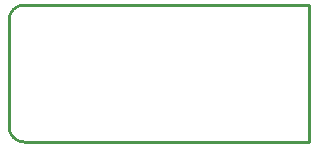
<source format=gm1>
G04*
G04 #@! TF.GenerationSoftware,Altium Limited,Altium Designer,18.1.2 (67)*
G04*
G04 Layer_Color=16711935*
%FSLAX25Y25*%
%MOIN*%
G70*
G01*
G75*
%ADD24C,0.01000*%
D24*
X-39370Y-512D02*
G03*
X-34370Y-5512I5000J0D01*
G01*
Y40157D02*
G03*
X-39370Y35157I0J-5000D01*
G01*
X60630Y-5512D02*
Y40157D01*
X-34370Y-5512D02*
X60630D01*
X-34370Y40157D02*
X60630D01*
X-39370Y-512D02*
Y35157D01*
M02*

</source>
